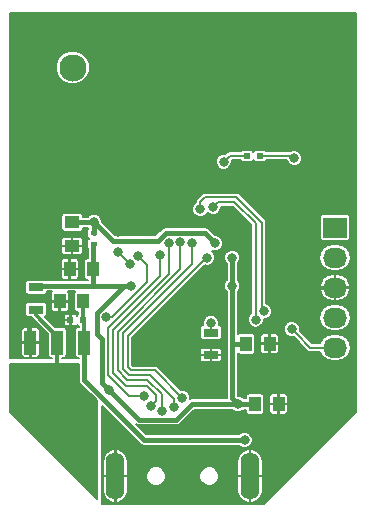
<source format=gbl>
G04 #@! TF.GenerationSoftware,KiCad,Pcbnew,(2017-05-16 revision e79f97860)-master*
G04 #@! TF.CreationDate,2017-05-17T23:36:55+07:00*
G04 #@! TF.ProjectId,dongle,646F6E676C652E6B696361645F706362,rev?*
G04 #@! TF.FileFunction,Copper,L2,Bot,Signal*
G04 #@! TF.FilePolarity,Positive*
%FSLAX46Y46*%
G04 Gerber Fmt 4.6, Leading zero omitted, Abs format (unit mm)*
G04 Created by KiCad (PCBNEW (2017-05-16 revision e79f97860)-master) date Wed May 17 23:36:55 2017*
%MOMM*%
%LPD*%
G01*
G04 APERTURE LIST*
%ADD10C,0.100000*%
%ADD11O,1.600000X4.000000*%
%ADD12R,1.000000X1.250000*%
%ADD13R,0.600000X0.500000*%
%ADD14R,1.250000X1.000000*%
%ADD15R,1.300000X0.700000*%
%ADD16R,0.600000X0.400000*%
%ADD17R,2.032000X1.727200*%
%ADD18O,2.032000X1.727200*%
%ADD19R,2.000000X2.000000*%
%ADD20C,2.300000*%
%ADD21R,3.657600X2.032000*%
%ADD22R,1.016000X2.032000*%
%ADD23C,0.800000*%
%ADD24C,0.254000*%
%ADD25C,0.203200*%
%ADD26C,0.381000*%
%ADD27C,0.508000*%
%ADD28C,0.304800*%
%ADD29C,0.152400*%
G04 APERTURE END LIST*
D10*
D11*
X103700000Y-114300000D03*
X92300000Y-114300000D03*
D12*
X89600000Y-99500000D03*
X87600000Y-99500000D03*
D13*
X89600000Y-101100000D03*
X88500000Y-101100000D03*
D12*
X103375000Y-103100000D03*
X105375000Y-103100000D03*
X90450000Y-96775000D03*
X88450000Y-96775000D03*
X104125000Y-108200000D03*
X106125000Y-108200000D03*
D14*
X88650000Y-92825000D03*
X88650000Y-94825000D03*
D15*
X85600000Y-100200000D03*
X85600000Y-98300000D03*
D16*
X90500000Y-94650000D03*
X90500000Y-93750000D03*
D17*
X110900000Y-93270000D03*
D18*
X110900000Y-95810000D03*
X110900000Y-98350000D03*
X110900000Y-100890000D03*
X110900000Y-103430000D03*
D19*
X91240000Y-77170000D03*
X86160000Y-77170000D03*
X86160000Y-82250000D03*
X91240000Y-82250000D03*
D20*
X88700000Y-79710000D03*
D15*
X100400000Y-102150000D03*
X100400000Y-104050000D03*
D21*
X87400000Y-109602000D03*
D22*
X87400000Y-102998000D03*
X89686000Y-102998000D03*
X85114000Y-102998000D03*
D13*
X104550000Y-87200000D03*
X103450000Y-87200000D03*
D23*
X106000000Y-114000000D03*
X107000000Y-110000000D03*
X111000000Y-106000000D03*
X109000000Y-108000000D03*
X108500000Y-95000000D03*
X92000000Y-111000018D03*
X95900000Y-90400000D03*
X84899997Y-101200003D03*
X87600000Y-101200000D03*
X88000000Y-77000000D03*
X85000000Y-80000000D03*
X98000000Y-102000000D03*
X108000000Y-93000000D03*
X111000000Y-88000000D03*
X109000000Y-90000000D03*
X109000000Y-86000000D03*
X111000000Y-84000000D03*
X107000000Y-84000000D03*
X103000000Y-84000000D03*
X109000000Y-82000000D03*
X105000000Y-82000000D03*
X101000000Y-82000000D03*
X111000000Y-80000000D03*
X107000000Y-80000000D03*
X103000000Y-80000000D03*
X111000000Y-76000000D03*
X107000000Y-76000000D03*
X103000000Y-76000000D03*
X109000000Y-78000000D03*
X105000000Y-78000000D03*
X101000000Y-78000000D03*
X97000000Y-78000000D03*
X99000000Y-76000000D03*
X99000000Y-80000000D03*
X99000000Y-84000000D03*
X85000000Y-97000000D03*
X87000000Y-96000000D03*
X85000000Y-94000000D03*
X88000000Y-84000000D03*
X85000000Y-86000000D03*
X87000000Y-92000000D03*
X85000000Y-90000000D03*
X87000000Y-88000000D03*
X89000000Y-90000000D03*
X90000000Y-86000000D03*
X92000000Y-84000000D03*
X100856000Y-99842000D03*
X97300000Y-99650000D03*
X94850000Y-104250000D03*
X100250000Y-105100000D03*
X102200000Y-92000000D03*
X105300002Y-91700000D03*
X98197950Y-92702050D03*
X92500000Y-93600000D03*
X105725000Y-98425000D03*
X96707500Y-91227500D03*
X96707500Y-89552500D03*
X95032500Y-89552500D03*
X95032500Y-91227500D03*
X91450000Y-88400000D03*
X100150000Y-87950000D03*
X101600000Y-88850000D03*
X103250000Y-111250000D03*
X102200000Y-95800000D03*
X102200000Y-98200000D03*
X102700002Y-108200000D03*
X91800000Y-107000000D03*
X93650000Y-98200000D03*
X107253886Y-101853886D03*
X100750000Y-94600000D03*
X100750000Y-94600000D03*
X90500000Y-92800000D03*
X101477607Y-87700000D03*
X100400000Y-101350000D03*
X107460000Y-87396000D03*
X100100000Y-95800000D03*
X97987347Y-107687347D03*
X94234080Y-95646517D03*
X91540510Y-100850000D03*
X104200000Y-101050000D03*
X100600000Y-91500000D03*
X104920000Y-100350008D03*
X99500000Y-91700000D03*
X98807842Y-94526444D03*
X97281184Y-108422254D03*
X97808000Y-94508000D03*
X96250000Y-108800000D03*
X95341139Y-108382897D03*
X96812568Y-94603590D03*
X94750000Y-107500000D03*
X96065784Y-95558523D03*
X92500000Y-95299998D03*
X93522380Y-96358217D03*
D24*
X108000000Y-93000000D02*
X106600002Y-93000000D01*
X106600002Y-93000000D02*
X105300002Y-91700000D01*
X108500000Y-95000000D02*
X108500000Y-93500000D01*
X108500000Y-93500000D02*
X108000000Y-93000000D01*
X110900000Y-98350000D02*
X109630000Y-98350000D01*
X109630000Y-98350000D02*
X108500000Y-97220000D01*
X108500000Y-97220000D02*
X108500000Y-95565685D01*
X108500000Y-95565685D02*
X108500000Y-95000000D01*
D25*
X84899997Y-101765688D02*
X84899997Y-101200003D01*
X84899997Y-103185997D02*
X84899997Y-101765688D01*
X85114000Y-103400000D02*
X84899997Y-103185997D01*
D26*
X92500000Y-93600000D02*
X92660000Y-93600000D01*
X92660000Y-93600000D02*
X95032500Y-91227500D01*
X110900000Y-98350000D02*
X110747600Y-98350000D01*
D25*
X110900000Y-98350000D02*
X105800000Y-98350000D01*
X105800000Y-98350000D02*
X105725000Y-98425000D01*
D27*
X101600000Y-88850000D02*
X101050000Y-88850000D01*
X101050000Y-88850000D02*
X100150000Y-87950000D01*
D26*
X103250000Y-111250000D02*
X94750000Y-111250000D01*
X94750000Y-111250000D02*
X89686000Y-106186000D01*
X89686000Y-106186000D02*
X89686000Y-102998000D01*
D28*
X89600000Y-101100000D02*
X89600000Y-99500000D01*
X89686000Y-102998000D02*
X89686000Y-101186000D01*
X89686000Y-101186000D02*
X89600000Y-101100000D01*
D26*
X102700002Y-108200000D02*
X98800000Y-108200000D01*
X98800000Y-108200000D02*
X97457099Y-109542901D01*
X97457099Y-109542901D02*
X94342901Y-109542901D01*
X94342901Y-109542901D02*
X91800000Y-107000000D01*
X90450000Y-96775000D02*
X90450000Y-94700000D01*
X90450000Y-94700000D02*
X90500000Y-94650000D01*
X90450000Y-96775000D02*
X90450000Y-98175000D01*
X90450000Y-98175000D02*
X90475000Y-98200000D01*
X102200000Y-98200000D02*
X102200000Y-95800000D01*
X104125000Y-108200000D02*
X102700002Y-108200000D01*
X102200000Y-107699998D02*
X102200000Y-103100000D01*
X102200000Y-103100000D02*
X102200000Y-98765685D01*
X103375000Y-103100000D02*
X102494000Y-103100000D01*
X102494000Y-103100000D02*
X102200000Y-103100000D01*
X102200000Y-98765685D02*
X102200000Y-98200000D01*
X102700002Y-108200000D02*
X102200000Y-107699998D01*
X90750000Y-102237098D02*
X90750000Y-100470568D01*
X90750000Y-100470568D02*
X93020568Y-98200000D01*
X93084315Y-98200000D02*
X93650000Y-98200000D01*
X93020568Y-98200000D02*
X93084315Y-98200000D01*
X90750000Y-102237098D02*
X91200000Y-102687098D01*
X91200000Y-102687098D02*
X91200000Y-106400000D01*
X91200000Y-106400000D02*
X91800000Y-107000000D01*
X93650000Y-98200000D02*
X90475000Y-98200000D01*
X90475000Y-98200000D02*
X85700000Y-98200000D01*
X85700000Y-98200000D02*
X85600000Y-98300000D01*
D25*
X107653885Y-102253885D02*
X107253886Y-101853886D01*
X110900000Y-103430000D02*
X108830000Y-103430000D01*
X108830000Y-103430000D02*
X107653885Y-102253885D01*
D26*
X96562556Y-93717498D02*
X95889553Y-94390501D01*
X95889553Y-94390501D02*
X92090501Y-94390501D01*
X92090501Y-94390501D02*
X90899999Y-93199999D01*
X90899999Y-93199999D02*
X90500000Y-92800000D01*
X99867498Y-93717498D02*
X96562556Y-93717498D01*
X100750000Y-94600000D02*
X99867498Y-93717498D01*
X90500000Y-93750000D02*
X90500000Y-92800000D01*
X90500000Y-92800000D02*
X88900000Y-92800000D01*
X90550000Y-92850000D02*
X90500000Y-92800000D01*
D25*
X103450000Y-87200000D02*
X101977607Y-87200000D01*
X101977607Y-87200000D02*
X101477607Y-87700000D01*
D28*
X87400000Y-102998000D02*
X87400000Y-104318800D01*
X87400000Y-104318800D02*
X87400000Y-109602000D01*
X87400000Y-102998000D02*
X87400000Y-102490000D01*
X87400000Y-102490000D02*
X85600000Y-100690000D01*
X85600000Y-100690000D02*
X85600000Y-100200000D01*
D26*
X87400000Y-103400000D02*
X87400000Y-102500000D01*
D25*
X100400000Y-101350000D02*
X100400000Y-102150000D01*
X97987347Y-107687347D02*
X95643580Y-105343580D01*
X95643580Y-105343580D02*
X93643580Y-105343580D01*
X93643580Y-105343580D02*
X93353210Y-105053210D01*
X93353210Y-105053210D02*
X93353210Y-102446790D01*
X93353210Y-102446790D02*
X100000000Y-95800000D01*
X100000000Y-95800000D02*
X100100000Y-95800000D01*
X107264000Y-87200000D02*
X107460000Y-87396000D01*
X104550000Y-87200000D02*
X107264000Y-87200000D01*
X91540510Y-100850000D02*
X91590510Y-100800000D01*
X91590510Y-100800000D02*
X92050000Y-100800000D01*
X95000000Y-97850000D02*
X95000000Y-96412437D01*
X92050000Y-100800000D02*
X95000000Y-97850000D01*
X95000000Y-96412437D02*
X94234080Y-95646517D01*
X104200000Y-100484315D02*
X104200000Y-101050000D01*
X104200000Y-92911630D02*
X104200000Y-100484315D01*
X100999999Y-91100001D02*
X102388371Y-91100001D01*
X100600000Y-91500000D02*
X100999999Y-91100001D01*
X102388371Y-91100001D02*
X104200000Y-92911630D01*
X99500000Y-91700000D02*
X99500000Y-91134315D01*
X99937524Y-90696791D02*
X102555386Y-90696791D01*
X104700000Y-92841405D02*
X104700000Y-100100000D01*
X99500000Y-91134315D02*
X99937524Y-90696791D01*
X102555386Y-90696791D02*
X104700000Y-92841405D01*
X104700000Y-100100000D02*
X104920000Y-100320000D01*
X104920000Y-100320000D02*
X104920000Y-100350008D01*
X98792314Y-94541972D02*
X98807842Y-94526444D01*
X98807842Y-96342158D02*
X98807842Y-95092129D01*
X92950000Y-105229774D02*
X92950000Y-102200000D01*
X92950000Y-102200000D02*
X98807842Y-96342158D01*
X97281184Y-107781184D02*
X95246790Y-105746790D01*
X97281184Y-108422254D02*
X97281184Y-107781184D01*
X95246790Y-105746790D02*
X93467016Y-105746790D01*
X93467016Y-105746790D02*
X92950000Y-105229774D01*
X98807842Y-95092129D02*
X98807842Y-94526444D01*
X98792314Y-94696069D02*
X98792314Y-94541972D01*
X96250000Y-107391406D02*
X95008595Y-106150001D01*
X97808000Y-95073685D02*
X97808000Y-94508000D01*
X96250000Y-108800000D02*
X96250000Y-107391406D01*
X97808000Y-96767000D02*
X97808000Y-95073685D01*
X92503210Y-102071790D02*
X97808000Y-96767000D01*
X93300001Y-106150001D02*
X92503210Y-105353210D01*
X95008595Y-106150001D02*
X93300001Y-106150001D01*
X92503210Y-105353210D02*
X92503210Y-102071790D01*
X95741138Y-107982898D02*
X95741138Y-107452770D01*
X94988370Y-106700001D02*
X93220227Y-106700001D01*
X95341139Y-108382897D02*
X95741138Y-107982898D01*
X93220227Y-106700001D02*
X92099999Y-105579773D01*
X95741138Y-107452770D02*
X94988370Y-106700001D01*
X96812568Y-97187432D02*
X96812568Y-95169275D01*
X92099999Y-105579773D02*
X92099999Y-101900001D01*
X96812568Y-95169275D02*
X96812568Y-94603590D01*
X92099999Y-101900001D02*
X96812568Y-97187432D01*
X93450000Y-107500000D02*
X94184315Y-107500000D01*
X96065784Y-97354442D02*
X91696788Y-101723438D01*
X91696788Y-105746788D02*
X93450000Y-107500000D01*
X96065784Y-95558523D02*
X96065784Y-97354442D01*
X94184315Y-107500000D02*
X94750000Y-107500000D01*
X91696788Y-101723438D02*
X91696788Y-105746788D01*
X93522380Y-96358217D02*
X92500000Y-95335837D01*
X92500000Y-95335837D02*
X92500000Y-95299998D01*
D29*
G36*
X112645600Y-108853203D02*
X104853202Y-116645600D01*
X91176200Y-116645600D01*
X91176200Y-114325400D01*
X91220600Y-114325400D01*
X91220600Y-115525400D01*
X91312485Y-115936535D01*
X91554710Y-116281211D01*
X91910398Y-116506955D01*
X92106104Y-116561842D01*
X92274600Y-116509230D01*
X92274600Y-114325400D01*
X92325400Y-114325400D01*
X92325400Y-116509230D01*
X92493896Y-116561842D01*
X92689602Y-116506955D01*
X93045290Y-116281211D01*
X93287515Y-115936535D01*
X93379400Y-115525400D01*
X93379400Y-114464254D01*
X94920456Y-114464254D01*
X95046459Y-114769204D01*
X95279569Y-115002721D01*
X95584298Y-115129256D01*
X95914254Y-115129544D01*
X96219204Y-115003541D01*
X96452721Y-114770431D01*
X96579256Y-114465702D01*
X96579257Y-114464254D01*
X99420456Y-114464254D01*
X99546459Y-114769204D01*
X99779569Y-115002721D01*
X100084298Y-115129256D01*
X100414254Y-115129544D01*
X100719204Y-115003541D01*
X100952721Y-114770431D01*
X101079256Y-114465702D01*
X101079378Y-114325400D01*
X102620600Y-114325400D01*
X102620600Y-115525400D01*
X102712485Y-115936535D01*
X102954710Y-116281211D01*
X103310398Y-116506955D01*
X103506104Y-116561842D01*
X103674600Y-116509230D01*
X103674600Y-114325400D01*
X103725400Y-114325400D01*
X103725400Y-116509230D01*
X103893896Y-116561842D01*
X104089602Y-116506955D01*
X104445290Y-116281211D01*
X104687515Y-115936535D01*
X104779400Y-115525400D01*
X104779400Y-114325400D01*
X103725400Y-114325400D01*
X103674600Y-114325400D01*
X102620600Y-114325400D01*
X101079378Y-114325400D01*
X101079544Y-114135746D01*
X100953541Y-113830796D01*
X100720431Y-113597279D01*
X100415702Y-113470744D01*
X100085746Y-113470456D01*
X99780796Y-113596459D01*
X99547279Y-113829569D01*
X99420744Y-114134298D01*
X99420456Y-114464254D01*
X96579257Y-114464254D01*
X96579544Y-114135746D01*
X96453541Y-113830796D01*
X96220431Y-113597279D01*
X95915702Y-113470744D01*
X95585746Y-113470456D01*
X95280796Y-113596459D01*
X95047279Y-113829569D01*
X94920744Y-114134298D01*
X94920456Y-114464254D01*
X93379400Y-114464254D01*
X93379400Y-114325400D01*
X92325400Y-114325400D01*
X92274600Y-114325400D01*
X91220600Y-114325400D01*
X91176200Y-114325400D01*
X91176200Y-113074600D01*
X91220600Y-113074600D01*
X91220600Y-114274600D01*
X92274600Y-114274600D01*
X92274600Y-112090770D01*
X92325400Y-112090770D01*
X92325400Y-114274600D01*
X93379400Y-114274600D01*
X93379400Y-113074600D01*
X102620600Y-113074600D01*
X102620600Y-114274600D01*
X103674600Y-114274600D01*
X103674600Y-112090770D01*
X103725400Y-112090770D01*
X103725400Y-114274600D01*
X104779400Y-114274600D01*
X104779400Y-113074600D01*
X104687515Y-112663465D01*
X104445290Y-112318789D01*
X104089602Y-112093045D01*
X103893896Y-112038158D01*
X103725400Y-112090770D01*
X103674600Y-112090770D01*
X103506104Y-112038158D01*
X103310398Y-112093045D01*
X102954710Y-112318789D01*
X102712485Y-112663465D01*
X102620600Y-113074600D01*
X93379400Y-113074600D01*
X93287515Y-112663465D01*
X93045290Y-112318789D01*
X92689602Y-112093045D01*
X92493896Y-112038158D01*
X92325400Y-112090770D01*
X92274600Y-112090770D01*
X92106104Y-112038158D01*
X91910398Y-112093045D01*
X91554710Y-112318789D01*
X91312485Y-112663465D01*
X91220600Y-113074600D01*
X91176200Y-113074600D01*
X91176200Y-108340738D01*
X94417730Y-111582269D01*
X94570177Y-111684131D01*
X94750000Y-111719900D01*
X102759102Y-111719900D01*
X102864648Y-111825631D01*
X103114266Y-111929282D01*
X103384548Y-111929517D01*
X103634346Y-111826303D01*
X103825631Y-111635352D01*
X103929282Y-111385734D01*
X103929517Y-111115452D01*
X103826303Y-110865654D01*
X103635352Y-110674369D01*
X103385734Y-110570718D01*
X103115452Y-110570483D01*
X102865654Y-110673697D01*
X102759065Y-110780100D01*
X94944639Y-110780100D01*
X94098262Y-109933723D01*
X94163078Y-109977032D01*
X94342901Y-110012801D01*
X97457099Y-110012801D01*
X97636922Y-109977032D01*
X97789368Y-109875170D01*
X98994639Y-108669900D01*
X102209104Y-108669900D01*
X102314650Y-108775631D01*
X102564268Y-108879282D01*
X102834550Y-108879517D01*
X103084348Y-108776303D01*
X103190937Y-108669900D01*
X103340127Y-108669900D01*
X103340127Y-108825000D01*
X103361812Y-108934016D01*
X103423564Y-109026436D01*
X103515984Y-109088188D01*
X103625000Y-109109873D01*
X104625000Y-109109873D01*
X104734016Y-109088188D01*
X104826436Y-109026436D01*
X104888188Y-108934016D01*
X104909873Y-108825000D01*
X104909873Y-108295250D01*
X105345600Y-108295250D01*
X105345600Y-108880576D01*
X105388136Y-108983267D01*
X105466733Y-109061864D01*
X105569424Y-109104400D01*
X106029750Y-109104400D01*
X106099600Y-109034550D01*
X106099600Y-108225400D01*
X106150400Y-108225400D01*
X106150400Y-109034550D01*
X106220250Y-109104400D01*
X106680576Y-109104400D01*
X106783267Y-109061864D01*
X106861864Y-108983267D01*
X106904400Y-108880576D01*
X106904400Y-108295250D01*
X106834550Y-108225400D01*
X106150400Y-108225400D01*
X106099600Y-108225400D01*
X105415450Y-108225400D01*
X105345600Y-108295250D01*
X104909873Y-108295250D01*
X104909873Y-107575000D01*
X104898819Y-107519424D01*
X105345600Y-107519424D01*
X105345600Y-108104750D01*
X105415450Y-108174600D01*
X106099600Y-108174600D01*
X106099600Y-107365450D01*
X106150400Y-107365450D01*
X106150400Y-108174600D01*
X106834550Y-108174600D01*
X106904400Y-108104750D01*
X106904400Y-107519424D01*
X106861864Y-107416733D01*
X106783267Y-107338136D01*
X106680576Y-107295600D01*
X106220250Y-107295600D01*
X106150400Y-107365450D01*
X106099600Y-107365450D01*
X106029750Y-107295600D01*
X105569424Y-107295600D01*
X105466733Y-107338136D01*
X105388136Y-107416733D01*
X105345600Y-107519424D01*
X104898819Y-107519424D01*
X104888188Y-107465984D01*
X104826436Y-107373564D01*
X104734016Y-107311812D01*
X104625000Y-107290127D01*
X103625000Y-107290127D01*
X103515984Y-107311812D01*
X103423564Y-107373564D01*
X103361812Y-107465984D01*
X103340127Y-107575000D01*
X103340127Y-107730100D01*
X103190900Y-107730100D01*
X103085354Y-107624369D01*
X102835736Y-107520718D01*
X102685127Y-107520587D01*
X102669900Y-107505360D01*
X102669900Y-103920952D01*
X102673564Y-103926436D01*
X102765984Y-103988188D01*
X102875000Y-104009873D01*
X103875000Y-104009873D01*
X103984016Y-103988188D01*
X104076436Y-103926436D01*
X104138188Y-103834016D01*
X104159873Y-103725000D01*
X104159873Y-103195250D01*
X104595600Y-103195250D01*
X104595600Y-103780576D01*
X104638136Y-103883267D01*
X104716733Y-103961864D01*
X104819424Y-104004400D01*
X105279750Y-104004400D01*
X105349600Y-103934550D01*
X105349600Y-103125400D01*
X105400400Y-103125400D01*
X105400400Y-103934550D01*
X105470250Y-104004400D01*
X105930576Y-104004400D01*
X106033267Y-103961864D01*
X106111864Y-103883267D01*
X106154400Y-103780576D01*
X106154400Y-103195250D01*
X106084550Y-103125400D01*
X105400400Y-103125400D01*
X105349600Y-103125400D01*
X104665450Y-103125400D01*
X104595600Y-103195250D01*
X104159873Y-103195250D01*
X104159873Y-102475000D01*
X104148819Y-102419424D01*
X104595600Y-102419424D01*
X104595600Y-103004750D01*
X104665450Y-103074600D01*
X105349600Y-103074600D01*
X105349600Y-102265450D01*
X105400400Y-102265450D01*
X105400400Y-103074600D01*
X106084550Y-103074600D01*
X106154400Y-103004750D01*
X106154400Y-102419424D01*
X106111864Y-102316733D01*
X106033267Y-102238136D01*
X105930576Y-102195600D01*
X105470250Y-102195600D01*
X105400400Y-102265450D01*
X105349600Y-102265450D01*
X105279750Y-102195600D01*
X104819424Y-102195600D01*
X104716733Y-102238136D01*
X104638136Y-102316733D01*
X104595600Y-102419424D01*
X104148819Y-102419424D01*
X104138188Y-102365984D01*
X104076436Y-102273564D01*
X103984016Y-102211812D01*
X103875000Y-102190127D01*
X102875000Y-102190127D01*
X102765984Y-102211812D01*
X102673564Y-102273564D01*
X102669900Y-102279048D01*
X102669900Y-101988434D01*
X106574369Y-101988434D01*
X106677583Y-102238232D01*
X106868534Y-102429517D01*
X107118152Y-102533168D01*
X107388434Y-102533403D01*
X107392788Y-102531604D01*
X108560592Y-103699408D01*
X108684198Y-103781998D01*
X108830000Y-103811001D01*
X108830005Y-103811000D01*
X109655008Y-103811000D01*
X109666228Y-103867407D01*
X109913999Y-104238223D01*
X110284815Y-104485994D01*
X110722222Y-104573000D01*
X111077778Y-104573000D01*
X111515185Y-104485994D01*
X111886001Y-104238223D01*
X112133772Y-103867407D01*
X112220778Y-103430000D01*
X112133772Y-102992593D01*
X111886001Y-102621777D01*
X111515185Y-102374006D01*
X111077778Y-102287000D01*
X110722222Y-102287000D01*
X110284815Y-102374006D01*
X109913999Y-102621777D01*
X109666228Y-102992593D01*
X109655008Y-103049000D01*
X108987816Y-103049000D01*
X107931780Y-101992964D01*
X107933168Y-101989620D01*
X107933403Y-101719338D01*
X107830189Y-101469540D01*
X107639238Y-101278255D01*
X107389620Y-101174604D01*
X107119338Y-101174369D01*
X106869540Y-101277583D01*
X106678255Y-101468534D01*
X106574604Y-101718152D01*
X106574369Y-101988434D01*
X102669900Y-101988434D01*
X102669900Y-98690898D01*
X102775631Y-98585352D01*
X102879282Y-98335734D01*
X102879517Y-98065452D01*
X102776303Y-97815654D01*
X102669900Y-97709065D01*
X102669900Y-96290898D01*
X102775631Y-96185352D01*
X102879282Y-95935734D01*
X102879517Y-95665452D01*
X102776303Y-95415654D01*
X102585352Y-95224369D01*
X102335734Y-95120718D01*
X102065452Y-95120483D01*
X101815654Y-95223697D01*
X101624369Y-95414648D01*
X101520718Y-95664266D01*
X101520483Y-95934548D01*
X101623697Y-96184346D01*
X101730100Y-96290935D01*
X101730100Y-97709102D01*
X101624369Y-97814648D01*
X101520718Y-98064266D01*
X101520483Y-98334548D01*
X101623697Y-98584346D01*
X101730100Y-98690935D01*
X101730100Y-107699998D01*
X101736088Y-107730100D01*
X98800000Y-107730100D01*
X98666687Y-107756618D01*
X98666864Y-107552799D01*
X98563650Y-107303001D01*
X98372699Y-107111716D01*
X98123081Y-107008065D01*
X97852799Y-107007830D01*
X97848445Y-107009629D01*
X95912988Y-105074172D01*
X95789383Y-104991582D01*
X95643580Y-104962580D01*
X93801396Y-104962580D01*
X93734210Y-104895394D01*
X93734210Y-104145250D01*
X99470600Y-104145250D01*
X99470600Y-104455576D01*
X99513136Y-104558267D01*
X99591733Y-104636864D01*
X99694424Y-104679400D01*
X100304750Y-104679400D01*
X100374600Y-104609550D01*
X100374600Y-104075400D01*
X100425400Y-104075400D01*
X100425400Y-104609550D01*
X100495250Y-104679400D01*
X101105576Y-104679400D01*
X101208267Y-104636864D01*
X101286864Y-104558267D01*
X101329400Y-104455576D01*
X101329400Y-104145250D01*
X101259550Y-104075400D01*
X100425400Y-104075400D01*
X100374600Y-104075400D01*
X99540450Y-104075400D01*
X99470600Y-104145250D01*
X93734210Y-104145250D01*
X93734210Y-103644424D01*
X99470600Y-103644424D01*
X99470600Y-103954750D01*
X99540450Y-104024600D01*
X100374600Y-104024600D01*
X100374600Y-103490450D01*
X100425400Y-103490450D01*
X100425400Y-104024600D01*
X101259550Y-104024600D01*
X101329400Y-103954750D01*
X101329400Y-103644424D01*
X101286864Y-103541733D01*
X101208267Y-103463136D01*
X101105576Y-103420600D01*
X100495250Y-103420600D01*
X100425400Y-103490450D01*
X100374600Y-103490450D01*
X100304750Y-103420600D01*
X99694424Y-103420600D01*
X99591733Y-103463136D01*
X99513136Y-103541733D01*
X99470600Y-103644424D01*
X93734210Y-103644424D01*
X93734210Y-102604606D01*
X94538815Y-101800000D01*
X99465127Y-101800000D01*
X99465127Y-102500000D01*
X99486812Y-102609016D01*
X99548564Y-102701436D01*
X99640984Y-102763188D01*
X99750000Y-102784873D01*
X101050000Y-102784873D01*
X101159016Y-102763188D01*
X101251436Y-102701436D01*
X101313188Y-102609016D01*
X101334873Y-102500000D01*
X101334873Y-101800000D01*
X101313188Y-101690984D01*
X101251436Y-101598564D01*
X101159016Y-101536812D01*
X101065774Y-101518265D01*
X101079282Y-101485734D01*
X101079517Y-101215452D01*
X100976303Y-100965654D01*
X100785352Y-100774369D01*
X100535734Y-100670718D01*
X100265452Y-100670483D01*
X100015654Y-100773697D01*
X99824369Y-100964648D01*
X99720718Y-101214266D01*
X99720483Y-101484548D01*
X99734400Y-101518230D01*
X99640984Y-101536812D01*
X99548564Y-101598564D01*
X99486812Y-101690984D01*
X99465127Y-101800000D01*
X94538815Y-101800000D01*
X99890262Y-96448553D01*
X99964266Y-96479282D01*
X100234548Y-96479517D01*
X100484346Y-96376303D01*
X100675631Y-96185352D01*
X100779282Y-95935734D01*
X100779517Y-95665452D01*
X100676303Y-95415654D01*
X100487710Y-95226731D01*
X100614266Y-95279282D01*
X100884548Y-95279517D01*
X101134346Y-95176303D01*
X101325631Y-94985352D01*
X101429282Y-94735734D01*
X101429517Y-94465452D01*
X101326303Y-94215654D01*
X101135352Y-94024369D01*
X100885734Y-93920718D01*
X100735126Y-93920587D01*
X100199767Y-93385229D01*
X100047321Y-93283367D01*
X99867498Y-93247598D01*
X96562556Y-93247598D01*
X96382733Y-93283367D01*
X96230287Y-93385229D01*
X95694915Y-93920601D01*
X92285140Y-93920601D01*
X91232268Y-92867730D01*
X91179387Y-92814849D01*
X91179517Y-92665452D01*
X91076303Y-92415654D01*
X90885352Y-92224369D01*
X90635734Y-92120718D01*
X90365452Y-92120483D01*
X90115654Y-92223697D01*
X90009065Y-92330100D01*
X89559873Y-92330100D01*
X89559873Y-92325000D01*
X89538188Y-92215984D01*
X89476436Y-92123564D01*
X89384016Y-92061812D01*
X89275000Y-92040127D01*
X88025000Y-92040127D01*
X87915984Y-92061812D01*
X87823564Y-92123564D01*
X87761812Y-92215984D01*
X87740127Y-92325000D01*
X87740127Y-93325000D01*
X87761812Y-93434016D01*
X87823564Y-93526436D01*
X87915984Y-93588188D01*
X88025000Y-93609873D01*
X89275000Y-93609873D01*
X89384016Y-93588188D01*
X89476436Y-93526436D01*
X89538188Y-93434016D01*
X89559873Y-93325000D01*
X89559873Y-93269900D01*
X90009102Y-93269900D01*
X90030100Y-93290935D01*
X90030100Y-93327493D01*
X89998564Y-93348564D01*
X89936812Y-93440984D01*
X89915127Y-93550000D01*
X89915127Y-93950000D01*
X89936812Y-94059016D01*
X89998564Y-94151436D01*
X90071246Y-94200000D01*
X89998564Y-94248564D01*
X89936812Y-94340984D01*
X89915127Y-94450000D01*
X89915127Y-94850000D01*
X89936812Y-94959016D01*
X89980100Y-95023802D01*
X89980100Y-95865127D01*
X89950000Y-95865127D01*
X89840984Y-95886812D01*
X89748564Y-95948564D01*
X89686812Y-96040984D01*
X89665127Y-96150000D01*
X89665127Y-97400000D01*
X89686812Y-97509016D01*
X89748564Y-97601436D01*
X89840984Y-97663188D01*
X89950000Y-97684873D01*
X89980100Y-97684873D01*
X89980100Y-97730100D01*
X86423802Y-97730100D01*
X86359016Y-97686812D01*
X86250000Y-97665127D01*
X84950000Y-97665127D01*
X84840984Y-97686812D01*
X84748564Y-97748564D01*
X84686812Y-97840984D01*
X84665127Y-97950000D01*
X84665127Y-98650000D01*
X84686812Y-98759016D01*
X84748564Y-98851436D01*
X84840984Y-98913188D01*
X84950000Y-98934873D01*
X86250000Y-98934873D01*
X86359016Y-98913188D01*
X86451436Y-98851436D01*
X86513188Y-98759016D01*
X86530915Y-98669900D01*
X86909969Y-98669900D01*
X86863136Y-98716733D01*
X86820600Y-98819424D01*
X86820600Y-99404750D01*
X86890450Y-99474600D01*
X87574600Y-99474600D01*
X87574600Y-99454600D01*
X87625400Y-99454600D01*
X87625400Y-99474600D01*
X88309550Y-99474600D01*
X88379400Y-99404750D01*
X88379400Y-98819424D01*
X88336864Y-98716733D01*
X88290031Y-98669900D01*
X88904048Y-98669900D01*
X88898564Y-98673564D01*
X88836812Y-98765984D01*
X88815127Y-98875000D01*
X88815127Y-100125000D01*
X88836812Y-100234016D01*
X88898564Y-100326436D01*
X88990984Y-100388188D01*
X89100000Y-100409873D01*
X89168200Y-100409873D01*
X89168200Y-100602036D01*
X89098564Y-100648564D01*
X89049438Y-100722088D01*
X89036864Y-100691733D01*
X88958267Y-100613136D01*
X88855576Y-100570600D01*
X88595250Y-100570600D01*
X88525400Y-100640450D01*
X88525400Y-101074600D01*
X88545400Y-101074600D01*
X88545400Y-101125400D01*
X88525400Y-101125400D01*
X88525400Y-101559550D01*
X88595250Y-101629400D01*
X88855576Y-101629400D01*
X88958267Y-101586864D01*
X89036864Y-101508267D01*
X89049438Y-101477912D01*
X89098564Y-101551436D01*
X89190984Y-101613188D01*
X89254200Y-101625763D01*
X89254200Y-101697127D01*
X89178000Y-101697127D01*
X89068984Y-101718812D01*
X88976564Y-101780564D01*
X88914812Y-101872984D01*
X88893127Y-101982000D01*
X88893127Y-104014000D01*
X88914812Y-104123016D01*
X88976564Y-104215436D01*
X89068984Y-104277188D01*
X89178000Y-104298873D01*
X89216100Y-104298873D01*
X89216100Y-104323800D01*
X87831800Y-104323800D01*
X87831800Y-104298873D01*
X87908000Y-104298873D01*
X88017016Y-104277188D01*
X88109436Y-104215436D01*
X88171188Y-104123016D01*
X88192873Y-104014000D01*
X88192873Y-101982000D01*
X88171188Y-101872984D01*
X88109436Y-101780564D01*
X88017016Y-101718812D01*
X87908000Y-101697127D01*
X87217784Y-101697127D01*
X86715908Y-101195250D01*
X87920600Y-101195250D01*
X87920600Y-101405576D01*
X87963136Y-101508267D01*
X88041733Y-101586864D01*
X88144424Y-101629400D01*
X88404750Y-101629400D01*
X88474600Y-101559550D01*
X88474600Y-101125400D01*
X87990450Y-101125400D01*
X87920600Y-101195250D01*
X86715908Y-101195250D01*
X86338022Y-100817364D01*
X86359016Y-100813188D01*
X86387098Y-100794424D01*
X87920600Y-100794424D01*
X87920600Y-101004750D01*
X87990450Y-101074600D01*
X88474600Y-101074600D01*
X88474600Y-100640450D01*
X88404750Y-100570600D01*
X88144424Y-100570600D01*
X88041733Y-100613136D01*
X87963136Y-100691733D01*
X87920600Y-100794424D01*
X86387098Y-100794424D01*
X86451436Y-100751436D01*
X86513188Y-100659016D01*
X86534873Y-100550000D01*
X86534873Y-99850000D01*
X86513188Y-99740984D01*
X86451436Y-99648564D01*
X86371645Y-99595250D01*
X86820600Y-99595250D01*
X86820600Y-100180576D01*
X86863136Y-100283267D01*
X86941733Y-100361864D01*
X87044424Y-100404400D01*
X87504750Y-100404400D01*
X87574600Y-100334550D01*
X87574600Y-99525400D01*
X87625400Y-99525400D01*
X87625400Y-100334550D01*
X87695250Y-100404400D01*
X88155576Y-100404400D01*
X88258267Y-100361864D01*
X88336864Y-100283267D01*
X88379400Y-100180576D01*
X88379400Y-99595250D01*
X88309550Y-99525400D01*
X87625400Y-99525400D01*
X87574600Y-99525400D01*
X86890450Y-99525400D01*
X86820600Y-99595250D01*
X86371645Y-99595250D01*
X86359016Y-99586812D01*
X86250000Y-99565127D01*
X84950000Y-99565127D01*
X84840984Y-99586812D01*
X84748564Y-99648564D01*
X84686812Y-99740984D01*
X84665127Y-99850000D01*
X84665127Y-100550000D01*
X84686812Y-100659016D01*
X84748564Y-100751436D01*
X84840984Y-100813188D01*
X84950000Y-100834873D01*
X85197017Y-100834873D01*
X85201069Y-100855243D01*
X85261579Y-100945803D01*
X85294671Y-100995329D01*
X86607127Y-102307784D01*
X86607127Y-104014000D01*
X86628812Y-104123016D01*
X86690564Y-104215436D01*
X86782984Y-104277188D01*
X86892000Y-104298873D01*
X86968200Y-104298873D01*
X86968200Y-104323800D01*
X83354400Y-104323800D01*
X83354400Y-103093250D01*
X84326600Y-103093250D01*
X84326600Y-104069576D01*
X84369136Y-104172267D01*
X84447733Y-104250864D01*
X84550424Y-104293400D01*
X85018750Y-104293400D01*
X85088600Y-104223550D01*
X85088600Y-103023400D01*
X85139400Y-103023400D01*
X85139400Y-104223550D01*
X85209250Y-104293400D01*
X85677576Y-104293400D01*
X85780267Y-104250864D01*
X85858864Y-104172267D01*
X85901400Y-104069576D01*
X85901400Y-103093250D01*
X85831550Y-103023400D01*
X85139400Y-103023400D01*
X85088600Y-103023400D01*
X84396450Y-103023400D01*
X84326600Y-103093250D01*
X83354400Y-103093250D01*
X83354400Y-101926424D01*
X84326600Y-101926424D01*
X84326600Y-102902750D01*
X84396450Y-102972600D01*
X85088600Y-102972600D01*
X85088600Y-101772450D01*
X85139400Y-101772450D01*
X85139400Y-102972600D01*
X85831550Y-102972600D01*
X85901400Y-102902750D01*
X85901400Y-101926424D01*
X85858864Y-101823733D01*
X85780267Y-101745136D01*
X85677576Y-101702600D01*
X85209250Y-101702600D01*
X85139400Y-101772450D01*
X85088600Y-101772450D01*
X85018750Y-101702600D01*
X84550424Y-101702600D01*
X84447733Y-101745136D01*
X84369136Y-101823733D01*
X84326600Y-101926424D01*
X83354400Y-101926424D01*
X83354400Y-96870250D01*
X87670600Y-96870250D01*
X87670600Y-97455576D01*
X87713136Y-97558267D01*
X87791733Y-97636864D01*
X87894424Y-97679400D01*
X88354750Y-97679400D01*
X88424600Y-97609550D01*
X88424600Y-96800400D01*
X88475400Y-96800400D01*
X88475400Y-97609550D01*
X88545250Y-97679400D01*
X89005576Y-97679400D01*
X89108267Y-97636864D01*
X89186864Y-97558267D01*
X89229400Y-97455576D01*
X89229400Y-96870250D01*
X89159550Y-96800400D01*
X88475400Y-96800400D01*
X88424600Y-96800400D01*
X87740450Y-96800400D01*
X87670600Y-96870250D01*
X83354400Y-96870250D01*
X83354400Y-96094424D01*
X87670600Y-96094424D01*
X87670600Y-96679750D01*
X87740450Y-96749600D01*
X88424600Y-96749600D01*
X88424600Y-95940450D01*
X88475400Y-95940450D01*
X88475400Y-96749600D01*
X89159550Y-96749600D01*
X89229400Y-96679750D01*
X89229400Y-96094424D01*
X89186864Y-95991733D01*
X89108267Y-95913136D01*
X89005576Y-95870600D01*
X88545250Y-95870600D01*
X88475400Y-95940450D01*
X88424600Y-95940450D01*
X88354750Y-95870600D01*
X87894424Y-95870600D01*
X87791733Y-95913136D01*
X87713136Y-95991733D01*
X87670600Y-96094424D01*
X83354400Y-96094424D01*
X83354400Y-94920250D01*
X87745600Y-94920250D01*
X87745600Y-95380576D01*
X87788136Y-95483267D01*
X87866733Y-95561864D01*
X87969424Y-95604400D01*
X88554750Y-95604400D01*
X88624600Y-95534550D01*
X88624600Y-94850400D01*
X88675400Y-94850400D01*
X88675400Y-95534550D01*
X88745250Y-95604400D01*
X89330576Y-95604400D01*
X89433267Y-95561864D01*
X89511864Y-95483267D01*
X89554400Y-95380576D01*
X89554400Y-94920250D01*
X89484550Y-94850400D01*
X88675400Y-94850400D01*
X88624600Y-94850400D01*
X87815450Y-94850400D01*
X87745600Y-94920250D01*
X83354400Y-94920250D01*
X83354400Y-94269424D01*
X87745600Y-94269424D01*
X87745600Y-94729750D01*
X87815450Y-94799600D01*
X88624600Y-94799600D01*
X88624600Y-94115450D01*
X88675400Y-94115450D01*
X88675400Y-94799600D01*
X89484550Y-94799600D01*
X89554400Y-94729750D01*
X89554400Y-94269424D01*
X89511864Y-94166733D01*
X89433267Y-94088136D01*
X89330576Y-94045600D01*
X88745250Y-94045600D01*
X88675400Y-94115450D01*
X88624600Y-94115450D01*
X88554750Y-94045600D01*
X87969424Y-94045600D01*
X87866733Y-94088136D01*
X87788136Y-94166733D01*
X87745600Y-94269424D01*
X83354400Y-94269424D01*
X83354400Y-91834548D01*
X98820483Y-91834548D01*
X98923697Y-92084346D01*
X99114648Y-92275631D01*
X99364266Y-92379282D01*
X99634548Y-92379517D01*
X99884346Y-92276303D01*
X100075631Y-92085352D01*
X100119320Y-91980137D01*
X100214648Y-92075631D01*
X100464266Y-92179282D01*
X100734548Y-92179517D01*
X100984346Y-92076303D01*
X101175631Y-91885352D01*
X101279282Y-91635734D01*
X101279417Y-91481001D01*
X102230555Y-91481001D01*
X103819000Y-93069445D01*
X103819000Y-100472314D01*
X103815654Y-100473697D01*
X103624369Y-100664648D01*
X103520718Y-100914266D01*
X103520483Y-101184548D01*
X103623697Y-101434346D01*
X103814648Y-101625631D01*
X104064266Y-101729282D01*
X104334548Y-101729517D01*
X104584346Y-101626303D01*
X104775631Y-101435352D01*
X104879282Y-101185734D01*
X104879418Y-101029373D01*
X105054548Y-101029525D01*
X105304346Y-100926311D01*
X105340720Y-100890000D01*
X109579222Y-100890000D01*
X109666228Y-101327407D01*
X109913999Y-101698223D01*
X110284815Y-101945994D01*
X110722222Y-102033000D01*
X111077778Y-102033000D01*
X111515185Y-101945994D01*
X111886001Y-101698223D01*
X112133772Y-101327407D01*
X112220778Y-100890000D01*
X112133772Y-100452593D01*
X111886001Y-100081777D01*
X111515185Y-99834006D01*
X111077778Y-99747000D01*
X110722222Y-99747000D01*
X110284815Y-99834006D01*
X109913999Y-100081777D01*
X109666228Y-100452593D01*
X109579222Y-100890000D01*
X105340720Y-100890000D01*
X105495631Y-100735360D01*
X105599282Y-100485742D01*
X105599517Y-100215460D01*
X105496303Y-99965662D01*
X105305352Y-99774377D01*
X105081000Y-99681217D01*
X105081000Y-98553848D01*
X109622924Y-98553848D01*
X109681885Y-98763940D01*
X109921416Y-99140262D01*
X110286726Y-99396274D01*
X110722200Y-99493000D01*
X110874600Y-99493000D01*
X110874600Y-98375400D01*
X110925400Y-98375400D01*
X110925400Y-99493000D01*
X111077800Y-99493000D01*
X111513274Y-99396274D01*
X111878584Y-99140262D01*
X112118115Y-98763940D01*
X112177076Y-98553848D01*
X112125249Y-98375400D01*
X110925400Y-98375400D01*
X110874600Y-98375400D01*
X109674751Y-98375400D01*
X109622924Y-98553848D01*
X105081000Y-98553848D01*
X105081000Y-98146152D01*
X109622924Y-98146152D01*
X109674751Y-98324600D01*
X110874600Y-98324600D01*
X110874600Y-97207000D01*
X110925400Y-97207000D01*
X110925400Y-98324600D01*
X112125249Y-98324600D01*
X112177076Y-98146152D01*
X112118115Y-97936060D01*
X111878584Y-97559738D01*
X111513274Y-97303726D01*
X111077800Y-97207000D01*
X110925400Y-97207000D01*
X110874600Y-97207000D01*
X110722200Y-97207000D01*
X110286726Y-97303726D01*
X109921416Y-97559738D01*
X109681885Y-97936060D01*
X109622924Y-98146152D01*
X105081000Y-98146152D01*
X105081000Y-95810000D01*
X109579222Y-95810000D01*
X109666228Y-96247407D01*
X109913999Y-96618223D01*
X110284815Y-96865994D01*
X110722222Y-96953000D01*
X111077778Y-96953000D01*
X111515185Y-96865994D01*
X111886001Y-96618223D01*
X112133772Y-96247407D01*
X112220778Y-95810000D01*
X112133772Y-95372593D01*
X111886001Y-95001777D01*
X111515185Y-94754006D01*
X111077778Y-94667000D01*
X110722222Y-94667000D01*
X110284815Y-94754006D01*
X109913999Y-95001777D01*
X109666228Y-95372593D01*
X109579222Y-95810000D01*
X105081000Y-95810000D01*
X105081000Y-92841405D01*
X105051998Y-92695603D01*
X105051998Y-92695602D01*
X104969408Y-92571997D01*
X104803811Y-92406400D01*
X109599127Y-92406400D01*
X109599127Y-94133600D01*
X109620812Y-94242616D01*
X109682564Y-94335036D01*
X109774984Y-94396788D01*
X109884000Y-94418473D01*
X111916000Y-94418473D01*
X112025016Y-94396788D01*
X112117436Y-94335036D01*
X112179188Y-94242616D01*
X112200873Y-94133600D01*
X112200873Y-92406400D01*
X112179188Y-92297384D01*
X112117436Y-92204964D01*
X112025016Y-92143212D01*
X111916000Y-92121527D01*
X109884000Y-92121527D01*
X109774984Y-92143212D01*
X109682564Y-92204964D01*
X109620812Y-92297384D01*
X109599127Y-92406400D01*
X104803811Y-92406400D01*
X102824794Y-90427383D01*
X102701189Y-90344793D01*
X102555386Y-90315791D01*
X99937524Y-90315791D01*
X99791722Y-90344793D01*
X99668116Y-90427383D01*
X99668114Y-90427386D01*
X99230592Y-90864907D01*
X99148002Y-90988512D01*
X99122912Y-91114648D01*
X99121601Y-91121240D01*
X99115654Y-91123697D01*
X98924369Y-91314648D01*
X98820718Y-91564266D01*
X98820483Y-91834548D01*
X83354400Y-91834548D01*
X83354400Y-87834548D01*
X100798090Y-87834548D01*
X100901304Y-88084346D01*
X101092255Y-88275631D01*
X101341873Y-88379282D01*
X101612155Y-88379517D01*
X101861953Y-88276303D01*
X102053238Y-88085352D01*
X102156889Y-87835734D01*
X102157110Y-87581000D01*
X102901501Y-87581000D01*
X102948564Y-87651436D01*
X103040984Y-87713188D01*
X103150000Y-87734873D01*
X103750000Y-87734873D01*
X103859016Y-87713188D01*
X103951436Y-87651436D01*
X104000000Y-87578754D01*
X104048564Y-87651436D01*
X104140984Y-87713188D01*
X104250000Y-87734873D01*
X104850000Y-87734873D01*
X104959016Y-87713188D01*
X105051436Y-87651436D01*
X105098499Y-87581000D01*
X106801329Y-87581000D01*
X106883697Y-87780346D01*
X107074648Y-87971631D01*
X107324266Y-88075282D01*
X107594548Y-88075517D01*
X107844346Y-87972303D01*
X108035631Y-87781352D01*
X108139282Y-87531734D01*
X108139517Y-87261452D01*
X108036303Y-87011654D01*
X107845352Y-86820369D01*
X107595734Y-86716718D01*
X107325452Y-86716483D01*
X107077341Y-86819000D01*
X105098499Y-86819000D01*
X105051436Y-86748564D01*
X104959016Y-86686812D01*
X104850000Y-86665127D01*
X104250000Y-86665127D01*
X104140984Y-86686812D01*
X104048564Y-86748564D01*
X104000000Y-86821246D01*
X103951436Y-86748564D01*
X103859016Y-86686812D01*
X103750000Y-86665127D01*
X103150000Y-86665127D01*
X103040984Y-86686812D01*
X102948564Y-86748564D01*
X102901501Y-86819000D01*
X101977612Y-86819000D01*
X101977607Y-86818999D01*
X101831805Y-86848002D01*
X101708199Y-86930592D01*
X101616685Y-87022106D01*
X101613341Y-87020718D01*
X101343059Y-87020483D01*
X101093261Y-87123697D01*
X100901976Y-87314648D01*
X100798325Y-87564266D01*
X100798090Y-87834548D01*
X83354400Y-87834548D01*
X83354400Y-79993078D01*
X87270352Y-79993078D01*
X87487507Y-80518632D01*
X87889253Y-80921080D01*
X88414427Y-81139152D01*
X88983078Y-81139648D01*
X89508632Y-80922493D01*
X89911080Y-80520747D01*
X90129152Y-79995573D01*
X90129648Y-79426922D01*
X89912493Y-78901368D01*
X89510747Y-78498920D01*
X88985573Y-78280848D01*
X88416922Y-78280352D01*
X87891368Y-78497507D01*
X87488920Y-78899253D01*
X87270848Y-79424427D01*
X87270352Y-79993078D01*
X83354400Y-79993078D01*
X83354400Y-75076200D01*
X112645600Y-75076200D01*
X112645600Y-108853203D01*
X112645600Y-108853203D01*
G37*
X112645600Y-108853203D02*
X104853202Y-116645600D01*
X91176200Y-116645600D01*
X91176200Y-114325400D01*
X91220600Y-114325400D01*
X91220600Y-115525400D01*
X91312485Y-115936535D01*
X91554710Y-116281211D01*
X91910398Y-116506955D01*
X92106104Y-116561842D01*
X92274600Y-116509230D01*
X92274600Y-114325400D01*
X92325400Y-114325400D01*
X92325400Y-116509230D01*
X92493896Y-116561842D01*
X92689602Y-116506955D01*
X93045290Y-116281211D01*
X93287515Y-115936535D01*
X93379400Y-115525400D01*
X93379400Y-114464254D01*
X94920456Y-114464254D01*
X95046459Y-114769204D01*
X95279569Y-115002721D01*
X95584298Y-115129256D01*
X95914254Y-115129544D01*
X96219204Y-115003541D01*
X96452721Y-114770431D01*
X96579256Y-114465702D01*
X96579257Y-114464254D01*
X99420456Y-114464254D01*
X99546459Y-114769204D01*
X99779569Y-115002721D01*
X100084298Y-115129256D01*
X100414254Y-115129544D01*
X100719204Y-115003541D01*
X100952721Y-114770431D01*
X101079256Y-114465702D01*
X101079378Y-114325400D01*
X102620600Y-114325400D01*
X102620600Y-115525400D01*
X102712485Y-115936535D01*
X102954710Y-116281211D01*
X103310398Y-116506955D01*
X103506104Y-116561842D01*
X103674600Y-116509230D01*
X103674600Y-114325400D01*
X103725400Y-114325400D01*
X103725400Y-116509230D01*
X103893896Y-116561842D01*
X104089602Y-116506955D01*
X104445290Y-116281211D01*
X104687515Y-115936535D01*
X104779400Y-115525400D01*
X104779400Y-114325400D01*
X103725400Y-114325400D01*
X103674600Y-114325400D01*
X102620600Y-114325400D01*
X101079378Y-114325400D01*
X101079544Y-114135746D01*
X100953541Y-113830796D01*
X100720431Y-113597279D01*
X100415702Y-113470744D01*
X100085746Y-113470456D01*
X99780796Y-113596459D01*
X99547279Y-113829569D01*
X99420744Y-114134298D01*
X99420456Y-114464254D01*
X96579257Y-114464254D01*
X96579544Y-114135746D01*
X96453541Y-113830796D01*
X96220431Y-113597279D01*
X95915702Y-113470744D01*
X95585746Y-113470456D01*
X95280796Y-113596459D01*
X95047279Y-113829569D01*
X94920744Y-114134298D01*
X94920456Y-114464254D01*
X93379400Y-114464254D01*
X93379400Y-114325400D01*
X92325400Y-114325400D01*
X92274600Y-114325400D01*
X91220600Y-114325400D01*
X91176200Y-114325400D01*
X91176200Y-113074600D01*
X91220600Y-113074600D01*
X91220600Y-114274600D01*
X92274600Y-114274600D01*
X92274600Y-112090770D01*
X92325400Y-112090770D01*
X92325400Y-114274600D01*
X93379400Y-114274600D01*
X93379400Y-113074600D01*
X102620600Y-113074600D01*
X102620600Y-114274600D01*
X103674600Y-114274600D01*
X103674600Y-112090770D01*
X103725400Y-112090770D01*
X103725400Y-114274600D01*
X104779400Y-114274600D01*
X104779400Y-113074600D01*
X104687515Y-112663465D01*
X104445290Y-112318789D01*
X104089602Y-112093045D01*
X103893896Y-112038158D01*
X103725400Y-112090770D01*
X103674600Y-112090770D01*
X103506104Y-112038158D01*
X103310398Y-112093045D01*
X102954710Y-112318789D01*
X102712485Y-112663465D01*
X102620600Y-113074600D01*
X93379400Y-113074600D01*
X93287515Y-112663465D01*
X93045290Y-112318789D01*
X92689602Y-112093045D01*
X92493896Y-112038158D01*
X92325400Y-112090770D01*
X92274600Y-112090770D01*
X92106104Y-112038158D01*
X91910398Y-112093045D01*
X91554710Y-112318789D01*
X91312485Y-112663465D01*
X91220600Y-113074600D01*
X91176200Y-113074600D01*
X91176200Y-108340738D01*
X94417730Y-111582269D01*
X94570177Y-111684131D01*
X94750000Y-111719900D01*
X102759102Y-111719900D01*
X102864648Y-111825631D01*
X103114266Y-111929282D01*
X103384548Y-111929517D01*
X103634346Y-111826303D01*
X103825631Y-111635352D01*
X103929282Y-111385734D01*
X103929517Y-111115452D01*
X103826303Y-110865654D01*
X103635352Y-110674369D01*
X103385734Y-110570718D01*
X103115452Y-110570483D01*
X102865654Y-110673697D01*
X102759065Y-110780100D01*
X94944639Y-110780100D01*
X94098262Y-109933723D01*
X94163078Y-109977032D01*
X94342901Y-110012801D01*
X97457099Y-110012801D01*
X97636922Y-109977032D01*
X97789368Y-109875170D01*
X98994639Y-108669900D01*
X102209104Y-108669900D01*
X102314650Y-108775631D01*
X102564268Y-108879282D01*
X102834550Y-108879517D01*
X103084348Y-108776303D01*
X103190937Y-108669900D01*
X103340127Y-108669900D01*
X103340127Y-108825000D01*
X103361812Y-108934016D01*
X103423564Y-109026436D01*
X103515984Y-109088188D01*
X103625000Y-109109873D01*
X104625000Y-109109873D01*
X104734016Y-109088188D01*
X104826436Y-109026436D01*
X104888188Y-108934016D01*
X104909873Y-108825000D01*
X104909873Y-108295250D01*
X105345600Y-108295250D01*
X105345600Y-108880576D01*
X105388136Y-108983267D01*
X105466733Y-109061864D01*
X105569424Y-109104400D01*
X106029750Y-109104400D01*
X106099600Y-109034550D01*
X106099600Y-108225400D01*
X106150400Y-108225400D01*
X106150400Y-109034550D01*
X106220250Y-109104400D01*
X106680576Y-109104400D01*
X106783267Y-109061864D01*
X106861864Y-108983267D01*
X106904400Y-108880576D01*
X106904400Y-108295250D01*
X106834550Y-108225400D01*
X106150400Y-108225400D01*
X106099600Y-108225400D01*
X105415450Y-108225400D01*
X105345600Y-108295250D01*
X104909873Y-108295250D01*
X104909873Y-107575000D01*
X104898819Y-107519424D01*
X105345600Y-107519424D01*
X105345600Y-108104750D01*
X105415450Y-108174600D01*
X106099600Y-108174600D01*
X106099600Y-107365450D01*
X106150400Y-107365450D01*
X106150400Y-108174600D01*
X106834550Y-108174600D01*
X106904400Y-108104750D01*
X106904400Y-107519424D01*
X106861864Y-107416733D01*
X106783267Y-107338136D01*
X106680576Y-107295600D01*
X106220250Y-107295600D01*
X106150400Y-107365450D01*
X106099600Y-107365450D01*
X106029750Y-107295600D01*
X105569424Y-107295600D01*
X105466733Y-107338136D01*
X105388136Y-107416733D01*
X105345600Y-107519424D01*
X104898819Y-107519424D01*
X104888188Y-107465984D01*
X104826436Y-107373564D01*
X104734016Y-107311812D01*
X104625000Y-107290127D01*
X103625000Y-107290127D01*
X103515984Y-107311812D01*
X103423564Y-107373564D01*
X103361812Y-107465984D01*
X103340127Y-107575000D01*
X103340127Y-107730100D01*
X103190900Y-107730100D01*
X103085354Y-107624369D01*
X102835736Y-107520718D01*
X102685127Y-107520587D01*
X102669900Y-107505360D01*
X102669900Y-103920952D01*
X102673564Y-103926436D01*
X102765984Y-103988188D01*
X102875000Y-104009873D01*
X103875000Y-104009873D01*
X103984016Y-103988188D01*
X104076436Y-103926436D01*
X104138188Y-103834016D01*
X104159873Y-103725000D01*
X104159873Y-103195250D01*
X104595600Y-103195250D01*
X104595600Y-103780576D01*
X104638136Y-103883267D01*
X104716733Y-103961864D01*
X104819424Y-104004400D01*
X105279750Y-104004400D01*
X105349600Y-103934550D01*
X105349600Y-103125400D01*
X105400400Y-103125400D01*
X105400400Y-103934550D01*
X105470250Y-104004400D01*
X105930576Y-104004400D01*
X106033267Y-103961864D01*
X106111864Y-103883267D01*
X106154400Y-103780576D01*
X106154400Y-103195250D01*
X106084550Y-103125400D01*
X105400400Y-103125400D01*
X105349600Y-103125400D01*
X104665450Y-103125400D01*
X104595600Y-103195250D01*
X104159873Y-103195250D01*
X104159873Y-102475000D01*
X104148819Y-102419424D01*
X104595600Y-102419424D01*
X104595600Y-103004750D01*
X104665450Y-103074600D01*
X105349600Y-103074600D01*
X105349600Y-102265450D01*
X105400400Y-102265450D01*
X105400400Y-103074600D01*
X106084550Y-103074600D01*
X106154400Y-103004750D01*
X106154400Y-102419424D01*
X106111864Y-102316733D01*
X106033267Y-102238136D01*
X105930576Y-102195600D01*
X105470250Y-102195600D01*
X105400400Y-102265450D01*
X105349600Y-102265450D01*
X105279750Y-102195600D01*
X104819424Y-102195600D01*
X104716733Y-102238136D01*
X104638136Y-102316733D01*
X104595600Y-102419424D01*
X104148819Y-102419424D01*
X104138188Y-102365984D01*
X104076436Y-102273564D01*
X103984016Y-102211812D01*
X103875000Y-102190127D01*
X102875000Y-102190127D01*
X102765984Y-102211812D01*
X102673564Y-102273564D01*
X102669900Y-102279048D01*
X102669900Y-101988434D01*
X106574369Y-101988434D01*
X106677583Y-102238232D01*
X106868534Y-102429517D01*
X107118152Y-102533168D01*
X107388434Y-102533403D01*
X107392788Y-102531604D01*
X108560592Y-103699408D01*
X108684198Y-103781998D01*
X108830000Y-103811001D01*
X108830005Y-103811000D01*
X109655008Y-103811000D01*
X109666228Y-103867407D01*
X109913999Y-104238223D01*
X110284815Y-104485994D01*
X110722222Y-104573000D01*
X111077778Y-104573000D01*
X111515185Y-104485994D01*
X111886001Y-104238223D01*
X112133772Y-103867407D01*
X112220778Y-103430000D01*
X112133772Y-102992593D01*
X111886001Y-102621777D01*
X111515185Y-102374006D01*
X111077778Y-102287000D01*
X110722222Y-102287000D01*
X110284815Y-102374006D01*
X109913999Y-102621777D01*
X109666228Y-102992593D01*
X109655008Y-103049000D01*
X108987816Y-103049000D01*
X107931780Y-101992964D01*
X107933168Y-101989620D01*
X107933403Y-101719338D01*
X107830189Y-101469540D01*
X107639238Y-101278255D01*
X107389620Y-101174604D01*
X107119338Y-101174369D01*
X106869540Y-101277583D01*
X106678255Y-101468534D01*
X106574604Y-101718152D01*
X106574369Y-101988434D01*
X102669900Y-101988434D01*
X102669900Y-98690898D01*
X102775631Y-98585352D01*
X102879282Y-98335734D01*
X102879517Y-98065452D01*
X102776303Y-97815654D01*
X102669900Y-97709065D01*
X102669900Y-96290898D01*
X102775631Y-96185352D01*
X102879282Y-95935734D01*
X102879517Y-95665452D01*
X102776303Y-95415654D01*
X102585352Y-95224369D01*
X102335734Y-95120718D01*
X102065452Y-95120483D01*
X101815654Y-95223697D01*
X101624369Y-95414648D01*
X101520718Y-95664266D01*
X101520483Y-95934548D01*
X101623697Y-96184346D01*
X101730100Y-96290935D01*
X101730100Y-97709102D01*
X101624369Y-97814648D01*
X101520718Y-98064266D01*
X101520483Y-98334548D01*
X101623697Y-98584346D01*
X101730100Y-98690935D01*
X101730100Y-107699998D01*
X101736088Y-107730100D01*
X98800000Y-107730100D01*
X98666687Y-107756618D01*
X98666864Y-107552799D01*
X98563650Y-107303001D01*
X98372699Y-107111716D01*
X98123081Y-107008065D01*
X97852799Y-107007830D01*
X97848445Y-107009629D01*
X95912988Y-105074172D01*
X95789383Y-104991582D01*
X95643580Y-104962580D01*
X93801396Y-104962580D01*
X93734210Y-104895394D01*
X93734210Y-104145250D01*
X99470600Y-104145250D01*
X99470600Y-104455576D01*
X99513136Y-104558267D01*
X99591733Y-104636864D01*
X99694424Y-104679400D01*
X100304750Y-104679400D01*
X100374600Y-104609550D01*
X100374600Y-104075400D01*
X100425400Y-104075400D01*
X100425400Y-104609550D01*
X100495250Y-104679400D01*
X101105576Y-104679400D01*
X101208267Y-104636864D01*
X101286864Y-104558267D01*
X101329400Y-104455576D01*
X101329400Y-104145250D01*
X101259550Y-104075400D01*
X100425400Y-104075400D01*
X100374600Y-104075400D01*
X99540450Y-104075400D01*
X99470600Y-104145250D01*
X93734210Y-104145250D01*
X93734210Y-103644424D01*
X99470600Y-103644424D01*
X99470600Y-103954750D01*
X99540450Y-104024600D01*
X100374600Y-104024600D01*
X100374600Y-103490450D01*
X100425400Y-103490450D01*
X100425400Y-104024600D01*
X101259550Y-104024600D01*
X101329400Y-103954750D01*
X101329400Y-103644424D01*
X101286864Y-103541733D01*
X101208267Y-103463136D01*
X101105576Y-103420600D01*
X100495250Y-103420600D01*
X100425400Y-103490450D01*
X100374600Y-103490450D01*
X100304750Y-103420600D01*
X99694424Y-103420600D01*
X99591733Y-103463136D01*
X99513136Y-103541733D01*
X99470600Y-103644424D01*
X93734210Y-103644424D01*
X93734210Y-102604606D01*
X94538815Y-101800000D01*
X99465127Y-101800000D01*
X99465127Y-102500000D01*
X99486812Y-102609016D01*
X99548564Y-102701436D01*
X99640984Y-102763188D01*
X99750000Y-102784873D01*
X101050000Y-102784873D01*
X101159016Y-102763188D01*
X101251436Y-102701436D01*
X101313188Y-102609016D01*
X101334873Y-102500000D01*
X101334873Y-101800000D01*
X101313188Y-101690984D01*
X101251436Y-101598564D01*
X101159016Y-101536812D01*
X101065774Y-101518265D01*
X101079282Y-101485734D01*
X101079517Y-101215452D01*
X100976303Y-100965654D01*
X100785352Y-100774369D01*
X100535734Y-100670718D01*
X100265452Y-100670483D01*
X100015654Y-100773697D01*
X99824369Y-100964648D01*
X99720718Y-101214266D01*
X99720483Y-101484548D01*
X99734400Y-101518230D01*
X99640984Y-101536812D01*
X99548564Y-101598564D01*
X99486812Y-101690984D01*
X99465127Y-101800000D01*
X94538815Y-101800000D01*
X99890262Y-96448553D01*
X99964266Y-96479282D01*
X100234548Y-96479517D01*
X100484346Y-96376303D01*
X100675631Y-96185352D01*
X100779282Y-95935734D01*
X100779517Y-95665452D01*
X100676303Y-95415654D01*
X100487710Y-95226731D01*
X100614266Y-95279282D01*
X100884548Y-95279517D01*
X101134346Y-95176303D01*
X101325631Y-94985352D01*
X101429282Y-94735734D01*
X101429517Y-94465452D01*
X101326303Y-94215654D01*
X101135352Y-94024369D01*
X100885734Y-93920718D01*
X100735126Y-93920587D01*
X100199767Y-93385229D01*
X100047321Y-93283367D01*
X99867498Y-93247598D01*
X96562556Y-93247598D01*
X96382733Y-93283367D01*
X96230287Y-93385229D01*
X95694915Y-93920601D01*
X92285140Y-93920601D01*
X91232268Y-92867730D01*
X91179387Y-92814849D01*
X91179517Y-92665452D01*
X91076303Y-92415654D01*
X90885352Y-92224369D01*
X90635734Y-92120718D01*
X90365452Y-92120483D01*
X90115654Y-92223697D01*
X90009065Y-92330100D01*
X89559873Y-92330100D01*
X89559873Y-92325000D01*
X89538188Y-92215984D01*
X89476436Y-92123564D01*
X89384016Y-92061812D01*
X89275000Y-92040127D01*
X88025000Y-92040127D01*
X87915984Y-92061812D01*
X87823564Y-92123564D01*
X87761812Y-92215984D01*
X87740127Y-92325000D01*
X87740127Y-93325000D01*
X87761812Y-93434016D01*
X87823564Y-93526436D01*
X87915984Y-93588188D01*
X88025000Y-93609873D01*
X89275000Y-93609873D01*
X89384016Y-93588188D01*
X89476436Y-93526436D01*
X89538188Y-93434016D01*
X89559873Y-93325000D01*
X89559873Y-93269900D01*
X90009102Y-93269900D01*
X90030100Y-93290935D01*
X90030100Y-93327493D01*
X89998564Y-93348564D01*
X89936812Y-93440984D01*
X89915127Y-93550000D01*
X89915127Y-93950000D01*
X89936812Y-94059016D01*
X89998564Y-94151436D01*
X90071246Y-94200000D01*
X89998564Y-94248564D01*
X89936812Y-94340984D01*
X89915127Y-94450000D01*
X89915127Y-94850000D01*
X89936812Y-94959016D01*
X89980100Y-95023802D01*
X89980100Y-95865127D01*
X89950000Y-95865127D01*
X89840984Y-95886812D01*
X89748564Y-95948564D01*
X89686812Y-96040984D01*
X89665127Y-96150000D01*
X89665127Y-97400000D01*
X89686812Y-97509016D01*
X89748564Y-97601436D01*
X89840984Y-97663188D01*
X89950000Y-97684873D01*
X89980100Y-97684873D01*
X89980100Y-97730100D01*
X86423802Y-97730100D01*
X86359016Y-97686812D01*
X86250000Y-97665127D01*
X84950000Y-97665127D01*
X84840984Y-97686812D01*
X84748564Y-97748564D01*
X84686812Y-97840984D01*
X84665127Y-97950000D01*
X84665127Y-98650000D01*
X84686812Y-98759016D01*
X84748564Y-98851436D01*
X84840984Y-98913188D01*
X84950000Y-98934873D01*
X86250000Y-98934873D01*
X86359016Y-98913188D01*
X86451436Y-98851436D01*
X86513188Y-98759016D01*
X86530915Y-98669900D01*
X86909969Y-98669900D01*
X86863136Y-98716733D01*
X86820600Y-98819424D01*
X86820600Y-99404750D01*
X86890450Y-99474600D01*
X87574600Y-99474600D01*
X87574600Y-99454600D01*
X87625400Y-99454600D01*
X87625400Y-99474600D01*
X88309550Y-99474600D01*
X88379400Y-99404750D01*
X88379400Y-98819424D01*
X88336864Y-98716733D01*
X88290031Y-98669900D01*
X88904048Y-98669900D01*
X88898564Y-98673564D01*
X88836812Y-98765984D01*
X88815127Y-98875000D01*
X88815127Y-100125000D01*
X88836812Y-100234016D01*
X88898564Y-100326436D01*
X88990984Y-100388188D01*
X89100000Y-100409873D01*
X89168200Y-100409873D01*
X89168200Y-100602036D01*
X89098564Y-100648564D01*
X89049438Y-100722088D01*
X89036864Y-100691733D01*
X88958267Y-100613136D01*
X88855576Y-100570600D01*
X88595250Y-100570600D01*
X88525400Y-100640450D01*
X88525400Y-101074600D01*
X88545400Y-101074600D01*
X88545400Y-101125400D01*
X88525400Y-101125400D01*
X88525400Y-101559550D01*
X88595250Y-101629400D01*
X88855576Y-101629400D01*
X88958267Y-101586864D01*
X89036864Y-101508267D01*
X89049438Y-101477912D01*
X89098564Y-101551436D01*
X89190984Y-101613188D01*
X89254200Y-101625763D01*
X89254200Y-101697127D01*
X89178000Y-101697127D01*
X89068984Y-101718812D01*
X88976564Y-101780564D01*
X88914812Y-101872984D01*
X88893127Y-101982000D01*
X88893127Y-104014000D01*
X88914812Y-104123016D01*
X88976564Y-104215436D01*
X89068984Y-104277188D01*
X89178000Y-104298873D01*
X89216100Y-104298873D01*
X89216100Y-104323800D01*
X87831800Y-104323800D01*
X87831800Y-104298873D01*
X87908000Y-104298873D01*
X88017016Y-104277188D01*
X88109436Y-104215436D01*
X88171188Y-104123016D01*
X88192873Y-104014000D01*
X88192873Y-101982000D01*
X88171188Y-101872984D01*
X88109436Y-101780564D01*
X88017016Y-101718812D01*
X87908000Y-101697127D01*
X87217784Y-101697127D01*
X86715908Y-101195250D01*
X87920600Y-101195250D01*
X87920600Y-101405576D01*
X87963136Y-101508267D01*
X88041733Y-101586864D01*
X88144424Y-101629400D01*
X88404750Y-101629400D01*
X88474600Y-101559550D01*
X88474600Y-101125400D01*
X87990450Y-101125400D01*
X87920600Y-101195250D01*
X86715908Y-101195250D01*
X86338022Y-100817364D01*
X86359016Y-100813188D01*
X86387098Y-100794424D01*
X87920600Y-100794424D01*
X87920600Y-101004750D01*
X87990450Y-101074600D01*
X88474600Y-101074600D01*
X88474600Y-100640450D01*
X88404750Y-100570600D01*
X88144424Y-100570600D01*
X88041733Y-100613136D01*
X87963136Y-100691733D01*
X87920600Y-100794424D01*
X86387098Y-100794424D01*
X86451436Y-100751436D01*
X86513188Y-100659016D01*
X86534873Y-100550000D01*
X86534873Y-99850000D01*
X86513188Y-99740984D01*
X86451436Y-99648564D01*
X86371645Y-99595250D01*
X86820600Y-99595250D01*
X86820600Y-100180576D01*
X86863136Y-100283267D01*
X86941733Y-100361864D01*
X87044424Y-100404400D01*
X87504750Y-100404400D01*
X87574600Y-100334550D01*
X87574600Y-99525400D01*
X87625400Y-99525400D01*
X87625400Y-100334550D01*
X87695250Y-100404400D01*
X88155576Y-100404400D01*
X88258267Y-100361864D01*
X88336864Y-100283267D01*
X88379400Y-100180576D01*
X88379400Y-99595250D01*
X88309550Y-99525400D01*
X87625400Y-99525400D01*
X87574600Y-99525400D01*
X86890450Y-99525400D01*
X86820600Y-99595250D01*
X86371645Y-99595250D01*
X86359016Y-99586812D01*
X86250000Y-99565127D01*
X84950000Y-99565127D01*
X84840984Y-99586812D01*
X84748564Y-99648564D01*
X84686812Y-99740984D01*
X84665127Y-99850000D01*
X84665127Y-100550000D01*
X84686812Y-100659016D01*
X84748564Y-100751436D01*
X84840984Y-100813188D01*
X84950000Y-100834873D01*
X85197017Y-100834873D01*
X85201069Y-100855243D01*
X85261579Y-100945803D01*
X85294671Y-100995329D01*
X86607127Y-102307784D01*
X86607127Y-104014000D01*
X86628812Y-104123016D01*
X86690564Y-104215436D01*
X86782984Y-104277188D01*
X86892000Y-104298873D01*
X86968200Y-104298873D01*
X86968200Y-104323800D01*
X83354400Y-104323800D01*
X83354400Y-103093250D01*
X84326600Y-103093250D01*
X84326600Y-104069576D01*
X84369136Y-104172267D01*
X84447733Y-104250864D01*
X84550424Y-104293400D01*
X85018750Y-104293400D01*
X85088600Y-104223550D01*
X85088600Y-103023400D01*
X85139400Y-103023400D01*
X85139400Y-104223550D01*
X85209250Y-104293400D01*
X85677576Y-104293400D01*
X85780267Y-104250864D01*
X85858864Y-104172267D01*
X85901400Y-104069576D01*
X85901400Y-103093250D01*
X85831550Y-103023400D01*
X85139400Y-103023400D01*
X85088600Y-103023400D01*
X84396450Y-103023400D01*
X84326600Y-103093250D01*
X83354400Y-103093250D01*
X83354400Y-101926424D01*
X84326600Y-101926424D01*
X84326600Y-102902750D01*
X84396450Y-102972600D01*
X85088600Y-102972600D01*
X85088600Y-101772450D01*
X85139400Y-101772450D01*
X85139400Y-102972600D01*
X85831550Y-102972600D01*
X85901400Y-102902750D01*
X85901400Y-101926424D01*
X85858864Y-101823733D01*
X85780267Y-101745136D01*
X85677576Y-101702600D01*
X85209250Y-101702600D01*
X85139400Y-101772450D01*
X85088600Y-101772450D01*
X85018750Y-101702600D01*
X84550424Y-101702600D01*
X84447733Y-101745136D01*
X84369136Y-101823733D01*
X84326600Y-101926424D01*
X83354400Y-101926424D01*
X83354400Y-96870250D01*
X87670600Y-96870250D01*
X87670600Y-97455576D01*
X87713136Y-97558267D01*
X87791733Y-97636864D01*
X87894424Y-97679400D01*
X88354750Y-97679400D01*
X88424600Y-97609550D01*
X88424600Y-96800400D01*
X88475400Y-96800400D01*
X88475400Y-97609550D01*
X88545250Y-97679400D01*
X89005576Y-97679400D01*
X89108267Y-97636864D01*
X89186864Y-97558267D01*
X89229400Y-97455576D01*
X89229400Y-96870250D01*
X89159550Y-96800400D01*
X88475400Y-96800400D01*
X88424600Y-96800400D01*
X87740450Y-96800400D01*
X87670600Y-96870250D01*
X83354400Y-96870250D01*
X83354400Y-96094424D01*
X87670600Y-96094424D01*
X87670600Y-96679750D01*
X87740450Y-96749600D01*
X88424600Y-96749600D01*
X88424600Y-95940450D01*
X88475400Y-95940450D01*
X88475400Y-96749600D01*
X89159550Y-96749600D01*
X89229400Y-96679750D01*
X89229400Y-96094424D01*
X89186864Y-95991733D01*
X89108267Y-95913136D01*
X89005576Y-95870600D01*
X88545250Y-95870600D01*
X88475400Y-95940450D01*
X88424600Y-95940450D01*
X88354750Y-95870600D01*
X87894424Y-95870600D01*
X87791733Y-95913136D01*
X87713136Y-95991733D01*
X87670600Y-96094424D01*
X83354400Y-96094424D01*
X83354400Y-94920250D01*
X87745600Y-94920250D01*
X87745600Y-95380576D01*
X87788136Y-95483267D01*
X87866733Y-95561864D01*
X87969424Y-95604400D01*
X88554750Y-95604400D01*
X88624600Y-95534550D01*
X88624600Y-94850400D01*
X88675400Y-94850400D01*
X88675400Y-95534550D01*
X88745250Y-95604400D01*
X89330576Y-95604400D01*
X89433267Y-95561864D01*
X89511864Y-95483267D01*
X89554400Y-95380576D01*
X89554400Y-94920250D01*
X89484550Y-94850400D01*
X88675400Y-94850400D01*
X88624600Y-94850400D01*
X87815450Y-94850400D01*
X87745600Y-94920250D01*
X83354400Y-94920250D01*
X83354400Y-94269424D01*
X87745600Y-94269424D01*
X87745600Y-94729750D01*
X87815450Y-94799600D01*
X88624600Y-94799600D01*
X88624600Y-94115450D01*
X88675400Y-94115450D01*
X88675400Y-94799600D01*
X89484550Y-94799600D01*
X89554400Y-94729750D01*
X89554400Y-94269424D01*
X89511864Y-94166733D01*
X89433267Y-94088136D01*
X89330576Y-94045600D01*
X88745250Y-94045600D01*
X88675400Y-94115450D01*
X88624600Y-94115450D01*
X88554750Y-94045600D01*
X87969424Y-94045600D01*
X87866733Y-94088136D01*
X87788136Y-94166733D01*
X87745600Y-94269424D01*
X83354400Y-94269424D01*
X83354400Y-91834548D01*
X98820483Y-91834548D01*
X98923697Y-92084346D01*
X99114648Y-92275631D01*
X99364266Y-92379282D01*
X99634548Y-92379517D01*
X99884346Y-92276303D01*
X100075631Y-92085352D01*
X100119320Y-91980137D01*
X100214648Y-92075631D01*
X100464266Y-92179282D01*
X100734548Y-92179517D01*
X100984346Y-92076303D01*
X101175631Y-91885352D01*
X101279282Y-91635734D01*
X101279417Y-91481001D01*
X102230555Y-91481001D01*
X103819000Y-93069445D01*
X103819000Y-100472314D01*
X103815654Y-100473697D01*
X103624369Y-100664648D01*
X103520718Y-100914266D01*
X103520483Y-101184548D01*
X103623697Y-101434346D01*
X103814648Y-101625631D01*
X104064266Y-101729282D01*
X104334548Y-101729517D01*
X104584346Y-101626303D01*
X104775631Y-101435352D01*
X104879282Y-101185734D01*
X104879418Y-101029373D01*
X105054548Y-101029525D01*
X105304346Y-100926311D01*
X105340720Y-100890000D01*
X109579222Y-100890000D01*
X109666228Y-101327407D01*
X109913999Y-101698223D01*
X110284815Y-101945994D01*
X110722222Y-102033000D01*
X111077778Y-102033000D01*
X111515185Y-101945994D01*
X111886001Y-101698223D01*
X112133772Y-101327407D01*
X112220778Y-100890000D01*
X112133772Y-100452593D01*
X111886001Y-100081777D01*
X111515185Y-99834006D01*
X111077778Y-99747000D01*
X110722222Y-99747000D01*
X110284815Y-99834006D01*
X109913999Y-100081777D01*
X109666228Y-100452593D01*
X109579222Y-100890000D01*
X105340720Y-100890000D01*
X105495631Y-100735360D01*
X105599282Y-100485742D01*
X105599517Y-100215460D01*
X105496303Y-99965662D01*
X105305352Y-99774377D01*
X105081000Y-99681217D01*
X105081000Y-98553848D01*
X109622924Y-98553848D01*
X109681885Y-98763940D01*
X109921416Y-99140262D01*
X110286726Y-99396274D01*
X110722200Y-99493000D01*
X110874600Y-99493000D01*
X110874600Y-98375400D01*
X110925400Y-98375400D01*
X110925400Y-99493000D01*
X111077800Y-99493000D01*
X111513274Y-99396274D01*
X111878584Y-99140262D01*
X112118115Y-98763940D01*
X112177076Y-98553848D01*
X112125249Y-98375400D01*
X110925400Y-98375400D01*
X110874600Y-98375400D01*
X109674751Y-98375400D01*
X109622924Y-98553848D01*
X105081000Y-98553848D01*
X105081000Y-98146152D01*
X109622924Y-98146152D01*
X109674751Y-98324600D01*
X110874600Y-98324600D01*
X110874600Y-97207000D01*
X110925400Y-97207000D01*
X110925400Y-98324600D01*
X112125249Y-98324600D01*
X112177076Y-98146152D01*
X112118115Y-97936060D01*
X111878584Y-97559738D01*
X111513274Y-97303726D01*
X111077800Y-97207000D01*
X110925400Y-97207000D01*
X110874600Y-97207000D01*
X110722200Y-97207000D01*
X110286726Y-97303726D01*
X109921416Y-97559738D01*
X109681885Y-97936060D01*
X109622924Y-98146152D01*
X105081000Y-98146152D01*
X105081000Y-95810000D01*
X109579222Y-95810000D01*
X109666228Y-96247407D01*
X109913999Y-96618223D01*
X110284815Y-96865994D01*
X110722222Y-96953000D01*
X111077778Y-96953000D01*
X111515185Y-96865994D01*
X111886001Y-96618223D01*
X112133772Y-96247407D01*
X112220778Y-95810000D01*
X112133772Y-95372593D01*
X111886001Y-95001777D01*
X111515185Y-94754006D01*
X111077778Y-94667000D01*
X110722222Y-94667000D01*
X110284815Y-94754006D01*
X109913999Y-95001777D01*
X109666228Y-95372593D01*
X109579222Y-95810000D01*
X105081000Y-95810000D01*
X105081000Y-92841405D01*
X105051998Y-92695603D01*
X105051998Y-92695602D01*
X104969408Y-92571997D01*
X104803811Y-92406400D01*
X109599127Y-92406400D01*
X109599127Y-94133600D01*
X109620812Y-94242616D01*
X109682564Y-94335036D01*
X109774984Y-94396788D01*
X109884000Y-94418473D01*
X111916000Y-94418473D01*
X112025016Y-94396788D01*
X112117436Y-94335036D01*
X112179188Y-94242616D01*
X112200873Y-94133600D01*
X112200873Y-92406400D01*
X112179188Y-92297384D01*
X112117436Y-92204964D01*
X112025016Y-92143212D01*
X111916000Y-92121527D01*
X109884000Y-92121527D01*
X109774984Y-92143212D01*
X109682564Y-92204964D01*
X109620812Y-92297384D01*
X109599127Y-92406400D01*
X104803811Y-92406400D01*
X102824794Y-90427383D01*
X102701189Y-90344793D01*
X102555386Y-90315791D01*
X99937524Y-90315791D01*
X99791722Y-90344793D01*
X99668116Y-90427383D01*
X99668114Y-90427386D01*
X99230592Y-90864907D01*
X99148002Y-90988512D01*
X99122912Y-91114648D01*
X99121601Y-91121240D01*
X99115654Y-91123697D01*
X98924369Y-91314648D01*
X98820718Y-91564266D01*
X98820483Y-91834548D01*
X83354400Y-91834548D01*
X83354400Y-87834548D01*
X100798090Y-87834548D01*
X100901304Y-88084346D01*
X101092255Y-88275631D01*
X101341873Y-88379282D01*
X101612155Y-88379517D01*
X101861953Y-88276303D01*
X102053238Y-88085352D01*
X102156889Y-87835734D01*
X102157110Y-87581000D01*
X102901501Y-87581000D01*
X102948564Y-87651436D01*
X103040984Y-87713188D01*
X103150000Y-87734873D01*
X103750000Y-87734873D01*
X103859016Y-87713188D01*
X103951436Y-87651436D01*
X104000000Y-87578754D01*
X104048564Y-87651436D01*
X104140984Y-87713188D01*
X104250000Y-87734873D01*
X104850000Y-87734873D01*
X104959016Y-87713188D01*
X105051436Y-87651436D01*
X105098499Y-87581000D01*
X106801329Y-87581000D01*
X106883697Y-87780346D01*
X107074648Y-87971631D01*
X107324266Y-88075282D01*
X107594548Y-88075517D01*
X107844346Y-87972303D01*
X108035631Y-87781352D01*
X108139282Y-87531734D01*
X108139517Y-87261452D01*
X108036303Y-87011654D01*
X107845352Y-86820369D01*
X107595734Y-86716718D01*
X107325452Y-86716483D01*
X107077341Y-86819000D01*
X105098499Y-86819000D01*
X105051436Y-86748564D01*
X104959016Y-86686812D01*
X104850000Y-86665127D01*
X104250000Y-86665127D01*
X104140984Y-86686812D01*
X104048564Y-86748564D01*
X104000000Y-86821246D01*
X103951436Y-86748564D01*
X103859016Y-86686812D01*
X103750000Y-86665127D01*
X103150000Y-86665127D01*
X103040984Y-86686812D01*
X102948564Y-86748564D01*
X102901501Y-86819000D01*
X101977612Y-86819000D01*
X101977607Y-86818999D01*
X101831805Y-86848002D01*
X101708199Y-86930592D01*
X101616685Y-87022106D01*
X101613341Y-87020718D01*
X101343059Y-87020483D01*
X101093261Y-87123697D01*
X100901976Y-87314648D01*
X100798325Y-87564266D01*
X100798090Y-87834548D01*
X83354400Y-87834548D01*
X83354400Y-79993078D01*
X87270352Y-79993078D01*
X87487507Y-80518632D01*
X87889253Y-80921080D01*
X88414427Y-81139152D01*
X88983078Y-81139648D01*
X89508632Y-80922493D01*
X89911080Y-80520747D01*
X90129152Y-79995573D01*
X90129648Y-79426922D01*
X89912493Y-78901368D01*
X89510747Y-78498920D01*
X88985573Y-78280848D01*
X88416922Y-78280352D01*
X87891368Y-78497507D01*
X87488920Y-78899253D01*
X87270848Y-79424427D01*
X87270352Y-79993078D01*
X83354400Y-79993078D01*
X83354400Y-75076200D01*
X112645600Y-75076200D01*
X112645600Y-108853203D01*
G36*
X89216100Y-106186000D02*
X89242897Y-106320718D01*
X89251869Y-106365823D01*
X89353731Y-106518269D01*
X90723800Y-107888338D01*
X90723800Y-116222603D01*
X83354400Y-108853202D01*
X83354400Y-104776200D01*
X89216100Y-104776200D01*
X89216100Y-106186000D01*
X89216100Y-106186000D01*
G37*
X89216100Y-106186000D02*
X89242897Y-106320718D01*
X89251869Y-106365823D01*
X89353731Y-106518269D01*
X90723800Y-107888338D01*
X90723800Y-116222603D01*
X83354400Y-108853202D01*
X83354400Y-104776200D01*
X89216100Y-104776200D01*
X89216100Y-106186000D01*
M02*

</source>
